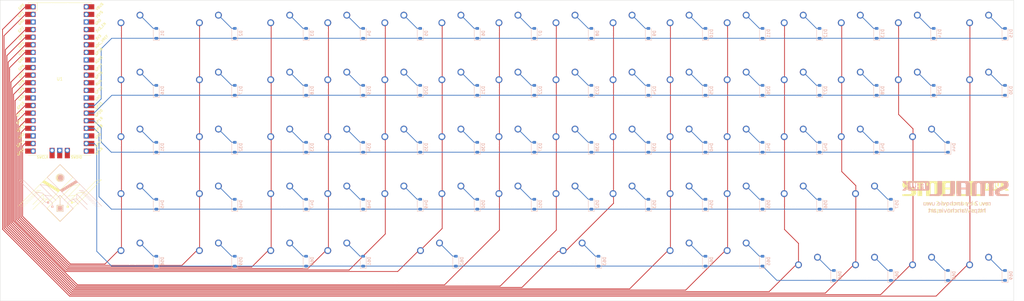
<source format=kicad_pcb>
(kicad_pcb (version 20240108) (generator "pcbnew") (generator_version "8.0")
  (title_block (title "small fry") (date "2024-09-01") (rev "1.0"))
  (layers (0 "F.Cu" signal) (31 "B.Cu" signal) (34 "B.Paste" user) (35 "F.Paste" user) (36 "B.SilkS" user "B.Silkscreen") (37 "F.SilkS" user "F.Silkscreen") (38 "B.Mask" user) (39 "F.Mask" user) (44 "Edge.Cuts" user))
  (net 0 "")
  (net 1 "row0")
  (net 2 "Net-(D1-A)")
  (net 3 "Net-(D2-A)")
  (net 4 "Net-(D3-A)")
  (net 5 "Net-(D4-A)")
  (net 6 "Net-(D5-A)")
  (net 7 "Net-(D6-A)")
  (net 8 "Net-(D7-A)")
  (net 9 "Net-(D8-A)")
  (net 10 "Net-(D9-A)")
  (net 11 "Net-(D10-A)")
  (net 12 "Net-(D11-A)")
  (net 13 "Net-(D12-A)")
  (net 14 "Net-(D13-A)")
  (net 15 "Net-(D14-A)")
  (net 16 "Net-(D15-A)")
  (net 17 "row1")
  (net 18 "Net-(D16-A)")
  (net 19 "Net-(D17-A)")
  (net 20 "Net-(D18-A)")
  (net 21 "Net-(D19-A)")
  (net 22 "Net-(D20-A)")
  (net 23 "Net-(D21-A)")
  (net 24 "Net-(D22-A)")
  (net 25 "Net-(D23-A)")
  (net 26 "Net-(D24-A)")
  (net 27 "Net-(D25-A)")
  (net 28 "Net-(D26-A)")
  (net 29 "Net-(D27-A)")
  (net 30 "Net-(D28-A)")
  (net 31 "Net-(D29-A)")
  (net 32 "Net-(D30-A)")
  (net 33 "Net-(D31-A)")
  (net 34 "row2")
  (net 35 "Net-(D32-A)")
  (net 36 "Net-(D33-A)")
  (net 37 "Net-(D34-A)")
  (net 38 "Net-(D35-A)")
  (net 39 "Net-(D36-A)")
  (net 40 "Net-(D37-A)")
  (net 41 "Net-(D38-A)")
  (net 42 "Net-(D39-A)")
  (net 43 "Net-(D40-A)")
  (net 44 "Net-(D41-A)")
  (net 45 "Net-(D42-A)")
  (net 46 "Net-(D43-A)")
  (net 47 "Net-(D44-A)")
  (net 48 "Net-(D45-A)")
  (net 49 "col6")
  (net 50 "Net-(D46-A)")
  (net 51 "Net-(D47-A)")
  (net 52 "Net-(D48-A)")
  (net 53 "Net-(D49-A)")
  (net 54 "Net-(D50-A)")
  (net 55 "Net-(D51-A)")
  (net 56 "Net-(D52-A)")
  (net 57 "Net-(D53-A)")
  (net 58 "Net-(D54-A)")
  (net 59 "Net-(D55-A)")
  (net 60 "Net-(D56-A)")
  (net 61 "Net-(D57-A)")
  (net 62 "row4")
  (net 63 "Net-(D58-A)")
  (net 64 "Net-(D59-A)")
  (net 65 "Net-(D60-A)")
  (net 66 "Net-(D61-A)")
  (net 67 "Net-(D62-A)")
  (net 68 "Net-(D63-A)")
  (net 69 "Net-(D64-A)")
  (net 70 "Net-(D65-A)")
  (net 71 "Net-(D66-A)")
  (net 72 "Net-(D67-A)")
  (net 73 "Net-(D68-A)")
  (net 74 "Net-(D69-A)")
  (net 75 "col0")
  (net 76 "col1")
  (net 77 "col2")
  (net 78 "col3")
  (net 79 "col4")
  (net 80 "col5")
  (net 81 "col8")
  (net 82 "col7")
  (net 83 "row3")
  (net 84 "col9")
  (net 85 "col10")
  (net 86 "col11")
  (net 87 "col12")
  (net 88 "col13")
  (net 89 "col14")
  (footprint "marbastlib-mx:SW_MX_1u" (layer "F.Cu") (at 183.35625 95.25)
    (property "Reference" "MX51" (hide yes))
    (property "Value" "MX-NoLED")
  )
  (footprint "marbastlib-mx:SW_MX_1.5u" (layer "F.Cu") (at 321.46875 76.2)
    (property "Reference" "MX44" (hide yes))
    (property "Value" "MX-NoLED")
  )
  (footprint "marbastlib-mx:SW_MX_1u" (layer "F.Cu") (at 259.55625 38.1)
    (property "Reference" "MX11" (hide yes))
    (property "Value" "MX-NoLED")
  )
  (footprint "marbastlib-mx:SW_MX_1u" (layer "F.Cu") (at 202.40625 57.15)
    (property "Reference" "MX23" (hide yes))
    (property "Value" "MX-NoLED")
  )
  (footprint "marbastlib-mx:SW_MX_1.5u" (layer "F.Cu") (at 83.34375 76.2)
    (property "Reference" "MX32" (hide yes))
    (property "Value" "MX-NoLED")
  )
  (footprint "marbastlib-mx:SW_MX_1.5u" (layer "F.Cu") (at 83.34375 114.3)
    (property "Reference" "MX59" (hide yes))
    (property "Value" "MX-NoLED")
  )
  (footprint "marbastlib-mx:SW_MX_1.5u" (layer "F.Cu") (at 83.34375 38.1)
    (property "Reference" "MX2" (hide yes))
    (property "Value" "MX-NoLED")
  )
  (footprint "marbastlib-mx:SW_MX_1.25u" (layer "F.Cu") (at 57.15 38.1)
    (property "Reference" "MX1" (hide yes))
    (property "Value" "MX-NoLED")
  )
  (footprint "marbastlib-mx:SW_MX_1u" (layer "F.Cu") (at 240.50625 95.25)
    (property "Reference" "MX54" (hide yes))
    (property "Value" "MX-NoLED")
  )
  (footprint "marbastlib-mx:SW_MX_1u" (layer "F.Cu") (at 145.25625 38.1)
    (property "Reference" "MX5" (hide yes))
    (property "Value" "MX-NoLED")
  )
  (footprint "marbastlib-mx:SW_MX_1.25u" (layer "F.Cu") (at 57.15 95.25)
    (property "Reference" "MX45" (hide yes))
    (property "Value" "MX-NoLED")
  )
  (footprint "MX_Solderable:MX-Solderable-2.25U-ReversedStabilizers" (layer "F.Cu") (at 157.1625 114.3)
    (property "Reference" "MX62")
    (property "Value" "MX-NoLED")
  )
  (footprint "marbastlib-mx:SW_MX_1u" (layer "F.Cu") (at 283.36875 119.0625)
    (property "Reference" "MX66" (hide yes))
    (property "Value" "MX-NoLED")
  )
  (footprint "marbastlib-mx:SW_MX_1u" (layer "F.Cu") (at 164.30625 95.25)
    (property "Reference" "MX50" (hide yes))
    (property "Value" "MX-NoLED")
  )
  (footprint "marbastlib-mx:SW_MX_1u" (layer "F.Cu") (at 259.55625 114.3)
    (property "Reference" "MX65" (hide yes))
    (property "Value" "MX-NoLED")
  )
  (footprint "marbastlib-mx:SW_MX_1u" (layer "F.Cu") (at 126.20625 76.2)
    (property "Reference" "MX34" (hide yes))
    (property "Value" "MX-NoLED")
  )
  (footprint "marbastlib-mx:SW_MX_1u" (layer "F.Cu") (at 278.60625 38.1)
    (property "Reference" "MX12" (hide yes))
    (property "Value" "MX-NoLED")
  )
  (footprint "marbastlib-mx:SW_MX_1u" (layer "F.Cu") (at 145.25625 76.2)
    (property "Reference" "MX35" (hide yes))
    (property "Value" "MX-NoLED")
  )
  (footprint "marbastlib-mx:SW_MX_1.5u" (layer "F.Cu") (at 83.34375 95.25)
    (property "Reference" "MX46" (hide yes))
    (property "Value" "MX-NoLED")
  )
  (footprint "marbastlib-mx:SW_MX_1u" (layer "F.Cu") (at 221.45625 38.1)
    (property "Reference" "MX9" (hide yes))
    (property "Value" "MX-NoLED")
  )
  (footprint "marbastlib-mx:SW_MX_1u" (layer "F.Cu") (at 107.15625 57.15)
    (property "Reference" "MX18" (hide yes))
    (property "Value" "MX-NoLED")
  )
  (footprint "marbastlib-mx:SW_MX_1.5u" (layer "F.Cu") (at 302.41875 95.25)
    (property "Reference" "MX57" (hide yes))
    (property "Value" "MX-NoLED")
  )
  (footprint "marbastlib-mx:SW_MX_1u" (layer "F.Cu") (at 297.65625 76.2)
    (property "Reference" "MX43" (hide yes))
    (property "Value" "MX-NoLED")
  )
  (footprint "marbastlib-mx:SW_MX_1u" (layer "F.Cu") (at 107.15625 38.1)
    (property "Reference" "MX3" (hide yes))
    (property "Value" "MX-NoLED")
  )
  (footprint "marbastlib-mx:SW_MX_1.25u" (layer "F.Cu") (at 57.15 76.2)
    (property "Reference" "MX31" (hide yes))
    (property "Value" "MX-NoLED")
  )
  (footprint "marbastlib-mx:SW_MX_1u" (layer "F.Cu") (at 183.35625 76.2)
    (property "Reference" "MX37" (hide yes))
    (property "Value" "MX-NoLED")
  )
  (footprint "marbastlib-mx:SW_MX_1.5u" (layer "F.Cu") (at 83.34375 57.15)
    (property "Reference" "MX17" (hide yes))
    (property "Value" "MX-NoLED")
  )
  (footprint "marbastlib-mx:SW_MX_1u" (layer "F.Cu") (at 164.30625 76.2)
    (property "Reference" "MX36" (hide yes))
    (property "Value" "MX-NoLED")
  )
  (footprint "MCU_RaspberryPi_and_Boards:RPi_Pico_SMD_TH" (layer "F.Cu") (at 32.89 54.35)
    (property "Reference" "U1")
    (property "Value" "Pico")
  )
  (footprint "marbastlib-mx:SW_MX_1u" (layer "F.Cu") (at 107.15625 95.25)
    (property "Reference" "MX47" (hide yes))
    (property "Value" "MX-NoLED")
  )
  (footprint "marbastlib-mx:SW_MX_1u" (layer "F.Cu") (at 240.50625 57.15)
    (property "Reference" "MX25" (hide yes))
    (property "Value" "MX-NoLED")
  )
  (footprint "marbastlib-mx:SW_MX_1u" (layer "F.Cu") (at 126.20625 114.3)
    (property "Reference" "MX61" (hide yes))
    (property "Value" "MX-NoLED")
  )
  (footprint "marbastlib-mx:SW_MX_1u" (layer "F.Cu") (at 259.55625 57.15)
    (property "Reference" "MX26" (hide yes))
    (property "Value" "MX-NoLED")
  )
  (footprint "marbastlib-mx:SW_MX_1.5u" (layer "F.Cu") (at 340.51875 38.1)
    (property "Reference" "MX15" (hide yes))
    (property "Value" "MX-NoLED")
  )
  (footprint "marbastlib-mx:SW_MX_1.25u" (layer "F.Cu") (at 57.15 114.3)
    (property "Reference" "MX58" (hide yes))
    (property "Value" "MX-NoLED")
  )
  (footprint "MX_Solderable:MX-Solderable-2.75U-ReversedStabilizers" (layer "F.Cu") (at 204.7875 114.3)
    (property "Reference" "MX63")
    (property "Value" "MX-NoLED")
  )
  (footprint "marbastlib-mx:SW_MX_1u" (layer "F.Cu") (at 297.65625 57.15)
    (property "Reference" "MX28" (hide yes))
    (property "Value" "MX-NoLED")
  )
  (footprint "marbastlib-mx:SW_MX_1u" (layer "F.Cu") (at 202.40625 38.1)
    (property "Reference" "MX8" (hide yes))
    (property "Value" "MX-NoLED")
  )
  (footprint "marbastlib-mx:SW_MX_1u" (layer "F.Cu") (at 240.50625 38.1)
    (property "Reference" "MX10" (hide yes))
    (property "Value" "MX-NoLED")
  )
  (footprint "marbastlib-mx:SW_MX_1u" (layer "F.Cu") (at 221.45625 95.25)
    (property "Reference" "MX53" (hide yes))
    (property "Value" "MX-NoLED")
  )
  (footprint "marbastlib-mx:SW_MX_1u" (layer "F.Cu") (at 240.50625 114.3)
    (property "Reference" "MX64" (hide yes))
    (property "Value" "MX-NoLED")
  )
  (footprint "marbastlib-mx:SW_MX_1u" (layer "F.Cu") (at 145.25625 95.25)
    (property "Reference" "MX49" (hide yes))
    (property "Value" "MX-NoLED")
  )
  (footprint "marbastlib-mx:SW_MX_1u" (layer "F.Cu") (at 278.60625 57.15)
    (property "Reference" "MX27" (hide yes))
    (property "Value" "MX-NoLED")
  )
  (footprint "marbastlib-mx:SW_MX_1u" (layer "F.Cu") (at 107.15625 76.2)
    (property "Reference" "MX33" (hide yes))
    (property "Value" "MX-NoLED")
  )
  (footprint "marbastlib-mx:SW_MX_1u" (layer "F.Cu") (at 164.30625 57.15)
    (property "Reference" "MX21" (hide yes))
    (property "Value" "MX-NoLED")
  )
  (footprint "marbastlib-mx:SW_MX_1u" (layer "F.Cu") (at 126.20625 57.15)
    (property "Reference" "MX19" (hide yes))
    (property "Value" "MX-NoLED")
  )
  (footprint "marbastlib-mx:SW_MX_1u" (layer "F.Cu") (at 259.55625 95.25)
    (property "Reference" "MX55" (hide yes))
    (property "Value" "MX-NoLED")
  )
  (footprint "marbastlib-mx:SW_MX_1u" (layer "F.Cu") (at 316.70625 57.15)
    (property "Reference" "MX29" (hide yes))
    (property "Value" "MX-NoLED")
  )
  (footprint "marbastlib-mx:SW_MX_1u" (layer "F.Cu") (at 183.35625 38.1)
    (property "Reference" "MX7" (hide yes))
    (property "Value" "MX-NoLED")
  )
  (footprint "marbastlib-mx:SW_MX_1u" (layer "F.Cu") (at 297.65625 38.1)
    (property "Reference" "MX13" (hide yes))
    (property "Value" "MX-NoLED")
  )
  (footprint "marbastlib-mx:SW_MX_1u" (layer "F.Cu") (at 126.20625 38.1)
    (property "Reference" "MX4" (hide yes))
    (property "Value" "MX-NoLED")
  )
  (footprint "LOGO" (layer "F.Cu") (at 332 91)
    (property "Reference" "G***" (hide yes))
    (property "Value" "LOGO" (hide yes))
  )
  (footprint "marbastlib-mx:SW_MX_1u" (layer "F.Cu") (at 259.55625 76.2)
    (property "Reference" "MX41" (hide yes))
    (property "Value" "MX-NoLED")
  )
  (footprint "marbastlib-mx:SW_MX_1u" (layer "F.Cu") (at 202.40625 95.25)
    (property "Reference" "MX52" (hide yes))
    (property "Value" "MX-NoLED")
  )
  (footprint "marbastlib-mx:SW_MX_1.25u" (layer "F.Cu") (at 57.15 57.15)
    (property "Reference" "MX16" (hide yes))
    (property "Value" "MX-NoLED")
  )
  (footprint "marbastlib-mx:SW_MX_1u" (layer "F.Cu") (at 145.25625 57.15)
    (property "Reference" "MX20" (hide yes))
    (property "Value" "MX-NoLED")
  )
  (footprint "marbastlib-mx:SW_MX_1u" (layer "F.Cu") (at 340.51875 119.0625)
    (property "Reference" "MX69" (hide yes))
    (property "Value" "MX-NoLED")
  )
  (footprint "marbastlib-mx:SW_MX_1u" (layer "F.Cu") (at 164.30625 38.1)
    (property "Reference" "MX6" (hide yes))
    (property "Value" "MX-NoLED")
  )
  (footprint "marbastlib-mx:SW_MX_1u" (layer "F.Cu") (at 202.40625 76.2)
    (property "Reference" "MX38" (hide yes))
    (property "Value" "MX-NoLED")
  )
  (footprint "marbastlib-mx:SW_MX_1u" (layer "F.Cu") (at 321.46875 119.0625)
    (property "Reference" "MX68" (hide yes))
    (property "Value" "MX-NoLED")
  )
  (footprint "marbastlib-mx:SW_MX_1u" (layer "F.Cu") (at 278.60625 76.2)
    (property "Reference" "MX42" (hide yes))
    (property "Value" "MX-NoLED")
  )
  (footprint "marbastlib-mx:SW_MX_1u" (layer "F.Cu") (at 107.15625 114.3)
    (property "Reference" "MX60" (hide yes))
    (property "Value" "MX-NoLED")
  )
  (footprint "marbastlib-mx:SW_MX_1u" (layer "F.Cu") (at 126.20625 95.25)
    (property "Reference" "MX48" (hide yes))
    (property "Value" "MX-NoLED")
  )
  (footprint "marbastlib-mx:SW_MX_1u" (layer "F.Cu") (at 302.41875 119.0625)
    (property "Reference" "MX67" (hide yes))
    (property "Value" "MX-NoLED")
  )
  (footprint "marbastlib-mx:SW_MX_1u" (layer "F.Cu") (at 240.50625 76.2)
    (property "Reference" "MX40" (hide yes))
    (property "Value" "MX-NoLED")
  )
  (footprint "marbastlib-mx:SW_MX_1u" (layer "F.Cu") (at 221.45625 76.2)
    (property "Reference" "MX39" (hide yes))
    (property "Value" "MX-NoLED")
  )
  (footprint "marbastlib-mx:SW_MX_1.5u" (layer "F.Cu") (at 340.51875 57.15)
    (property "Reference" "MX30" (hide yes))
    (property "Value" "MX-NoLED")
  )
  (footprint "marbastlib-mx:SW_MX_1u" (layer "F.Cu") (at 278.60625 95.25)
    (property "Reference" "MX56" (hide yes))
    (property "Value" "MX-NoLED")
  )
  (footprint "marbastlib-mx:SW_MX_1u" (layer "F.Cu") (at 316.70625 38.1)
    (property "Reference" "MX14" (hide yes))
    (property "Value" "MX-NoLED")
  )
  (footprint "LOGO" (layer "F.Cu") (at 33 92.5)
    (property "Reference" "G***" (hide yes))
    (property "Value" "LOGO" (hide yes))
  )
  (footprint "marbastlib-mx:SW_MX_1u" (layer "F.Cu") (at 221.45625 57.15)
    (property "Reference" "MX24" (hide yes))
    (property "Value" "MX-NoLED")
  )
  (footprint "marbastlib-mx:SW_MX_1u" (layer "F.Cu") (at 183.35625 57.15)
    (property "Reference" "MX22" (hide yes))
    (property "Value" "MX-NoLED")
  )
  (footprint "Diode_SMD:D_SOD-123" (layer "B.Cu") (at 324.70625 58.15 90)
    (property "Reference" "D29")
    (property "Value" "D_Small")
  )
  (footprint "Diode_SMD:D_SOD-123" (layer "B.Cu") (at 348.51875 58.15 90)
    (property "Reference" "D30")
    (property "Value" "D_Small")
  )
  (footprint "Diode_SMD:D_SOD-123" (layer "B.Cu") (at 267.55625 96.25 90)
    (property "Reference" "D55")
    (property "Value" "D_Small")
  )
  (footprint "Diode_SMD:D_SOD-123" (layer "B.Cu") (at 267.55625 39.1 90)
    (property "Reference" "D11")
    (property "Value" "D_Small")
  )
  (footprint "Diode_SMD:D_SOD-123" (layer "B.Cu") (at 153.25625 58.15 90)
    (property "Reference" "D20")
    (property "Value" "D_Small")
  )
  (footprint "Diode_SMD:D_SOD-123" (layer "B.Cu") (at 248.50625 58.15 90)
    (property "Reference" "D25")
    (property "Value" "D_Small")
  )
  (footprint "Diode_SMD:D_SOD-123" (layer "B.Cu") (at 212.7875 115.3 90)
    (property "Reference" "D63")
    (property "Value" "D_Small")
  )
  (footprint "Diode_SMD:D_SOD-123" (layer "B.Cu") (at 115.15625 58.15 90)
    (property "Reference" "D18")
    (property "Value" "D_Small")
  )
  (footprint "Diode_SMD:D_SOD-123" (layer "B.Cu") (at 115.15625 115.3 90)
    (property "Reference" "D60")
    (property "Value" "D_Small")
  )
  (footprint "Diode_SMD:D_SOD-123" (layer "B.Cu") (at 267.55625 58.15 90)
    (property "Reference" "D26")
    (property "Value" "D_Small")
  )
  (footprint "Diode_SMD:D_SOD-123" (layer "B.Cu") (at 172.30625 39.1 90)
    (property "Reference" "D6")
    (property "Value" "D_Small")
  )
  (footprint "Diode_SMD:D_SOD-123" (layer "B.Cu") (at 134.20625 77.2 90)
    (property "Reference" "D34")
    (property "Value" "D_Small")
  )
  (footprint "Diode_SMD:D_SOD-123" (layer "B.Cu") (at 91.34375 77.2 90)
    (property "Reference" "D32")
    (property "Value" "D_Small")
  )
  (footprint "Diode_SMD:D_SOD-123" (layer "B.Cu") (at 310.41875 96.25 90)
    (property "Reference" "D57")
    (property "Value" "D_Small")
  )
  (footprint "Diode_SMD:D_SOD-123" (layer "B.Cu") (at 267.55625 77.2 90)
    (property "Reference" "D41")
    (property "Value" "D_Small")
  )
  (footprint "Diode_SMD:D_SOD-123" (layer "B.Cu") (at 153.25625 77.2 90)
    (property "Reference" "D35")
    (property "Value" "D_Small")
  )
  (footprint "Diode_SMD:D_SOD-123" (layer "B.Cu") (at 286.60625 96.25 90)
    (property "Reference" "D56")
    (property "Value" "D_Small")
  )
  (footprint "Diode_SMD:D_SOD-123" (layer "B.Cu") (at 115.15625 96.25 90)
    (property "Reference" "D47")
    (property "Value" "D_Small")
  )
  (footprint "Diode_SMD:D_SOD-123" (layer "B.Cu") (at 134.20625 39.1 90)
    (property "Reference" "D4")
    (property "Value" "D_Small")
  )
  (footprint "Diode_SMD:D_SOD-123" (layer "B.Cu") (at 229.45625 58.15 90)
    (property "Reference" "D24")
    (property "Value" "D_Small")
  )
  (footprint "LOGO" (layer "B.Cu") (at 33 92.5 180)
    (property "Reference" "G***" (hide yes))
    (property "Value" "LOGO" (hide yes))
  )
  (footprint "Diode_SMD:D_SOD-123" (layer "B.Cu") (at 248.50625 77.2 90)
    (property "Reference" "D40")
    (property "Value" "D_Small")
  )
  (footprint "Diode_SMD:D_SOD-123" (layer "B.Cu") (at 329.46875 77.2 90)
    (property "Reference" "D44")
    (property "Value" "D_Small")
  )
  (footprint "Diode_SMD:D_SOD-123" (layer "B.Cu") (at 229.45625 39.1 90)
    (property "Reference" "D9")
    (property "Value" "D_Small")
  )
  (footprint "Diode_SMD:D_SOD-123" (layer "B.Cu") (at 91.34375 39.1 90)
    (property "Reference" "D2")
    (property "Value" "D_Small")
  )
  (footprint "Diode_SMD:D_SOD-123" (layer "B.Cu") (at 248.50625 96.25 90)
    (property "Reference" "D54")
    (property "Value" "D_Small")
  )
  (footprint "Diode_SMD:D_SOD-123" (layer "B.Cu") (at 267.55625 115.3 90)
    (property "Reference" "D65")
    (property "Value" "D_Small")
  )
  (footprint "Diode_SMD:D_SOD-123" (layer "B.Cu") (at 248.50625 115.3 90)
    (property "Reference" "D64")
    (property "Value" "D_Small")
  )
  (footprint "Diode_SMD:D_SOD-123" (layer "B.Cu") (at 91.34375 115.3 90)
    (property "Reference" "D59")
    (property "Value" "D_Small")
  )
  (footprint "Diode_SMD:D_SOD-123" (layer "B.Cu") (at 310.41875 120.0625 90)
    (property "Reference" "D67")
    (property "Value" "D_Small")
  )
  (footprint "Diode_SMD:D_SOD-123" (layer "B.Cu") (at 172.30625 58.15 90)
    (property "Reference" "D21")
    (property "Value" "D_Small")
  )
  (footprint "Diode_SMD:D_SOD-123" (layer "B.Cu") (at 286.60625 58.15 90)
    (property "Reference" "D27")
    (property "Value" "D_Small")
  )
  (footprint "Diode_SMD:D_SOD-123" (layer "B.Cu") (at 229.45625 96.25 90)
    (property "Reference" "D53")
    (property "Value" "D_Small")
  )
  (footprint "Diode_SMD:D_SOD-123" (layer "B.Cu") (at 210.40625 96.25 90)
    (property "Reference" "D52")
    (property "Value" "D_Small")
  )
  (footprint "Diode_SMD:D_SOD-123" (layer "B.Cu") (at 65.15 77.2 90)
    (property "Reference" "D31")
    (property "Value" "D_Small")
  )
  (footprint "Diode_SMD:D_SOD-123" (layer "B.Cu") (at 210.40625 77.2 90)
    (property "Reference" "D38")
    (property "Value" "D_Small")
  )
  (footprint "Diode_SMD:D_SOD-123" (layer "B.Cu") (at 324.70625 39.1 90)
    (property "Reference" "D14")
    (property "Value" "D_Small")
  )
  (footprint "Diode_SMD:D_SOD-123" (layer "B.Cu") (at 191.35625 58.15 90)
    (property "Reference" "D22")
    (property "Value" "D_Small")
  )
  (footprint "Diode_SMD:D_SOD-123" (layer "B.Cu") (at 286.60625 39.1 90)
    (property "Reference" "D12")
    (property "Value" "D_Small")
  )
  (footprint "Diode_SMD:D_SOD-123" (layer "B.Cu") (at 65.15 115.3 90)
    (property "Reference" "D58")
    (property "Value" "D_Small")
  )
  (footprint "Diode_SMD:D_SOD-123" (layer "B.Cu") (at 172.30625 96.25 90)
    (property "Reference" "D50")
    (property "Value" "D_Small")
  )
  (footprint "Diode_SMD:D_SOD-123" (layer "B.Cu") (at 91.34375 58.15 90)
    (property "Reference" "D17")
    (property "Value" "D_Small")
  )
  (footprint "Diode_SMD:D_SOD-123" (layer "B.Cu") (at 248.50625 39.1 90)
    (property "Reference" "D10")
    (property "Value" "D_Small")
  )
  (footprint "Diode_SMD:D_SOD-123" (layer "B.Cu") (at 305.65625 77.2 90)
    (property "Reference" "D43")
    (property "Value" "D_Small")
  )
  (footprint "Diode_SMD:D_SOD-123" (layer "B.Cu") (at 153.25625 96.25 90)
    (property "Reference" "D49")
    (property "Value" "D_Small")
  )
  (footprint "Diode_SMD:D_SOD-123" (layer "B.Cu") (at 191.35625 96.25 90)
    (property "Reference" "D51")
    (property "Value" "D_Small")
  )
  (footprint "Diode_SMD:D_SOD-123" (layer "B.Cu") (at 115.15625 39.1 90)
    (property "Reference" "D3")
    (property "Value" "D_Small")
  )
  (footprint "Diode_SMD:D_SOD-123" (layer "B.Cu") (at 291.36875 120.0625 90)
    (property "Reference" "D66")
    (property "Value" "D_Small")
  )
  (footprint "Diode_SMD:D_SOD-123" (layer "B.Cu") (at 65.15 96.25 90)
    (property "Reference" "D45")
    (property "Value" "D_Small")
  )
  (footprint "Diode_SMD:D_SOD-123" (layer "B.Cu") (at 348.51875 39.1 90)
    (property "Reference" "D15")
    (property "Value" "D_Small")
  )
  (footprint "Diode_SMD:D_SOD-123" (layer "B.Cu") (at 286.60625 77.2 90)
    (property "Reference" "D42")
    (property "Value" "D_Small")
  )
  (footprint "Diode_SMD:D_SOD-123" (layer "B.Cu") (at 134.20625 96.25 90)
    (property "Reference" "D48")
    (property "Value" "D_Small")
  )
  (footprint "Diode_SMD:D_SOD-123" (layer "B.Cu") (at 65.15 39.1 90)
    (property "Reference" "D1")
    (property "Value" "D_Small")
  )
  (footprint "Diode_SMD:D_SOD-123" (layer "B.Cu") (at 329.46875 120.0625 90)
    (property "Reference" "D68")
    (property "Value" "D_Small")
  )
  (footprint "Diode_SMD:D_SOD-123" (layer "B.Cu") (at 134.20625 115.3 90)
    (property "Reference" "D61")
    (property "Value" "D_Small")
  )
  (footprint "Diode_SMD:D_SOD-123" (layer "B.Cu") (at 134.20625 58.15 90)
    (property "Reference" "D19")
    (property "Value" "D_Small")
  )
  (footprint "Diode_SMD:D_SOD-123" (layer "B.Cu") (at 348.51875 120.0625 90)
    (property "Reference" "D69")
    (property "Value" "D_Small")
  )
  (footprint "Diode_SMD:D_SOD-123" (layer "B.Cu") (at 65.15 58.15 90)
    (property "Reference" "D16")
    (property "Value" "D_Small")
  )
  (footprint "Diode_SMD:D_SOD-123" (layer "B.Cu") (at 153.25625 39.1 90)
    (property "Reference" "D5")
    (property "Value" "D_Small")
  )
  (footprint "LOGO" (layer "B.Cu") (at 332 91 180)
    (property "Reference" "G***" (hide yes))
    (property "Value" "LOGO" (hide yes))
  )
  (footprint "Diode_SMD:D_SOD-123" (layer "B.Cu") (at 115.15625 77.2 90)
    (property "Reference" "D33")
    (property "Value" "D_Small")
  )
  (footprint "Diode_SMD:D_SOD-123" (layer "B.Cu") (at 210.40625 39.1 90)
    (property "Reference" "D8")
    (property "Value" "D_Small")
  )
  (footprint "Diode_SMD:D_SOD-123" (layer "B.Cu") (at 191.35625 77.2 90)
    (property "Reference" "D37")
    (property "Value" "D_Small")
  )
  (footprint "Diode_SMD:D_SOD-123" (layer "B.Cu") (at 91.34375 96.25 90)
    (property "Reference" "D46")
    (property "Value" "D_Small")
  )
  (footprint "Diode_SMD:D_SOD-123" (layer "B.Cu") (at 165.1625 115.3 90)
    (property "Reference" "D62")
    (property "Value" "D_Small")
  )
  (footprint "Diode_SMD:D_SOD-123" (layer "B.Cu") (at 229.45625 77.2 90)
    (property "Reference" "D39")
    (property "Value" "D_Small")
  )
  (footprint "Diode_SMD:D_SOD-123" (layer "B.Cu") (at 191.35625 39.1 90)
    (property "Reference" "D7")
    (property "Value" "D_Small")
  )
  (footprint "Diode_SMD:D_SOD-123" (layer "B.Cu") (at 210.40625 58.15 90)
    (property "Reference" "D23")
    (property "Value" "D_Small")
  )
  (footprint "Diode_SMD:D_SOD-123" (layer "B.Cu") (at 305.65625 58.15 90)
    (property "Reference" "D28")
    (property "Value" "D_Small")
  )
  (footprint "Diode_SMD:D_SOD-123" (layer "B.Cu") (at 305.65625 39.1 90)
    (property "Reference" "D13")
    (property "Value" "D_Small")
  )
  (footprint "Diode_SMD:D_SOD-123" (layer "B.Cu") (at 172.30625 77.2 90)
    (property "Reference" "D36")
    (property "Value" "D_Small")
  )
  (gr_rect (start 13 28) (end 351.4 128.6) (stroke (width 0.1)) (fill none) (layer "Edge.Cuts"))
  (gr_text "rev. 2 by anchovie uwu\nhttps://anchovie.art" (at 332.5 99.25 0) (layer "B.SilkS") (effects (font (size 1.4 1.4) (thickness 0.1625)) (justify bottom mirror)))
  (gr_text "GP15" (at 19.9 78.75 45) (layer "F.SilkS") (effects (font (size 0.8 0.8))))
  (gr_text "rev. 2 by anchovie uwu\nhttps://anchovie.art" (at 332.5 99.25 0) (layer "F.SilkS") (effects (font (size 1.4 1.4) (thickness 0.1625)) (justify bottom)))
  (segment (start 91.34375 40.75) (end 65.15 40.75) (width 0.25) (layer "B.Cu") (net 1))
  (segment (start 134.20625 40.75) (end 115.15625 40.75) (width 0.25) (layer "B.Cu") (net 1))
  (segment (start 210.40625 40.75) (end 191.35625 40.75) (width 0.25) (layer "B.Cu") (net 1))
  (segment (start 348.51875 40.75) (end 324.70625 40.75) (width 0.25) (layer "B.Cu") (net 1))
  (segment (start 115.15625 40.75) (end 91.34375 40.75) (width 0.25) (layer "B.Cu") (net 1))
  (segment (start 46.75 44.25) (end 46.75 61) (width 0.25) (layer "B.Cu") (net 1))
  (segment (start 172.30625 40.75) (end 153.25625 40.75) (width 0.25) (layer "B.Cu") (net 1))
  (segment (start 229.45625 40.75) (end 210.40625 40.75) (width 0.25) (layer "B.Cu") (net 1))
  (segment (start 46.75 61) (end 44.51 63.24) (width 0.25) (layer "B.Cu") (net 1))
  (segment (start 267.55625 40.75) (end 248.50625 40.75) (width 0.25) (layer "B.Cu") (net 1))
  (segment (start 286.60625 40.75) (end 267.55625 40.75) (width 0.25) (layer "B.Cu") (net 1))
  (segment (start 248.50625 40.75) (end 229.45625 40.75) (width 0.25) (layer "B.Cu") (net 1))
  (segment (start 191.35625 40.75) (end 172.30625 40.75) (width 0.25) (layer "B.Cu") (net 1))
  (segment (start 44.51 63.24) (end 41.78 63.24) (width 0.25) (layer "B.Cu") (net 1))
  (segment (start 153.25625 40.75) (end 134.20625 40.75) (width 0.25) (layer "B.Cu") (net 1))
  (segment (start 305.65625 40.75) (end 286.60625 40.75) (width 0.25) (layer "B.Cu") (net 1))
  (segment (start 50.25 40.75) (end 46.75 44.25) (width 0.25) (layer "B.Cu") (net 1))
  (segment (start 324.70625 40.75) (end 305.65625 40.75) (width 0.25) (layer "B.Cu") (net 1))
  (segment (start 65.15 40.75) (end 50.25 40.75) (width 0.25) (layer "B.Cu") (net 1))
  (segment (start 65.15 37.45) (end 64.12 37.45) (width 0.25) (layer "B.Cu") (net 2))
  (segment (start 64.12 37.45) (end 59.69 33.02) (width 0.25) (layer "B.Cu") (net 2))
  (segment (start 90.31375 37.45) (end 85.88375 33.02) (width 0.25) (layer "B.Cu") (net 3))
  (segment (start 91.34375 37.45) (end 90.31375 37.45) (width 0.25) (layer "B.Cu") (net 3))
  (segment (start 115.15625 37.45) (end 114.12625 37.45) (width 0.25) (layer "B.Cu") (net 4))
  (segment (start 114.12625 37.45) (end 109.69625 33.02) (width 0.25) (layer "B.Cu") (net 4))
  (segment (start 134.20625 37.45) (end 133.17625 37.45) (width 0.25) (layer "B.Cu") (net 5))
  (segment (start 133.17625 37.45) (end 128.74625 33.02) (width 0.25) (layer "B.Cu") (net 5))
  (segment (start 152.22625 37.45) (end 147.79625 33.02) (width 0.25) (layer "B.Cu") (net 6))
  (segment (start 153.25625 37.45) (end 152.22625 37.45) (width 0.25) (layer "B.Cu") (net 6))
  (segment (start 171.27625 37.45) (end 166.84625 33.02) (width 0.25) (layer "B.Cu") (net 7))
  (segment (start 172.30625 37.45) (end 171.27625 37.45) (width 0.25) (layer "B.Cu") (net 7))
  (segment (start 190.32625 37.45) (end 185.89625 33.02) (width 0.25) (layer "B.Cu") (net 8))
  (segment (start 191.35625 37.45) (end 190.32625 37.45) (width 0.25) (layer "B.Cu") (net 8))
  (segment (start 210.40625 37.45) (end 209.37625 37.45) (width 0.25) (layer "B.Cu") (net 9))
  (segment (start 209.37625 37.45) (end 204.94625 33.02) (width 0.25) (layer "B.Cu") (net 9))
  (segment (start 228.42625 37.45) (end 223.99625 33.02) (width 0.25) (layer "B.Cu") (net 10))
  (segment (start 229.45625 37.45) (end 228.42625 37.45) (width 0.25) (layer "B.Cu") (net 10))
  (segment (start 247.47625 37.45) (end 243.04625 33.02) (width 0.25) (layer "B.Cu") (net 11))
  (segment (start 248.50625 37.45) (end 247.47625 37.45) (width 0.25) (layer "B.Cu") (net 11))
  (segment (start 266.52625 37.45) (end 262.09625 33.02) (width 0.25) (layer "B.Cu") (net 12))
  (segment (start 267.55625 37.45) (end 266.52625 37.45) (width 0.25) (layer "B.Cu") (net 12))
  (segment (start 285.57625 37.45) (end 281.14625 33.02) (width 0.25) (layer "B.Cu") (net 13))
  (segment (start 286.60625 37.45) (end 285.57625 37.45) (width 0.25) (layer "B.Cu") (net 13))
  (segment (start 304.62625 37.45) (end 300.19625 33.02) (width 0.25) (layer "B.Cu") (net 14))
  (segment (start 305.65625 37.45) (end 304.62625 37.45) (width 0.25) (layer "B.Cu") (net 14))
  (segment (start 324.70625 37.45) (end 323.67625 37.45) (width 0.25) (layer "B.Cu") (net 15))
  (segment (start 323.67625 37.45) (end 319.24625 33.02) (width 0.25) (layer "B.Cu") (net 15))
  (segment (start 347.48875 37.45) (end 343.05875 33.02) (width 0.25) (layer "B.Cu") (net 16))
  (segment (start 348.51875 37.45) (end 347.48875 37.45) (width 0.25) (layer "B.Cu") (net 16))
  (segment (start 134.20625 59.8) (end 115.15625 59.8) (width 0.25) (layer "B.Cu") (net 17))
  (segment (start 210.40625 59.8) (end 191.35625 59.8) (width 0.25) (layer "B.Cu") (net 17))
  (segment (start 324.70625 59.8) (end 305.65625 59.8) (width 0.25) (layer "B.Cu") (net 17))
  (segment (start 115.15625 59.8) (end 91.34375 59.8) (width 0.25) (layer "B.Cu") (net 17))
  (segment (start 65.15 59.8) (end 50.3 59.8) (width 0.25) (layer "B.Cu") (net 17))
  (segment (start 267.55625 59.8) (end 248.50625 59.8) (width 0.25) (layer "B.Cu") (net 17))
  (segment (start 91.34375 59.8) (end 65.15 59.8) (width 0.25) (layer "B.Cu") (net 17))
  (segment (start 50.3 59.8) (end 44.32 65.78) (width 0.25) (layer "B.Cu") (net 17))
  (segment (start 348.51875 59.8) (end 324.70625 59.8) (width 0.25) (layer "B.Cu") (net 17))
  (segment (start 286.60625 59.8) (end 267.55625 59.8) (width 0.25) (layer "B.Cu") (net 17))
  (segment (start 229.45625 59.8) (end 210.40625 59.8) (width 0.25) (layer "B.Cu") (net 17))
  (segment (start 153.25625 59.8) (end 134.20625 59.8) (width 0.25) (layer "B.Cu") (net 17))
  (segment (start 44.32 65.78) (end 41.78 65.78) (width 0.25) (layer "B.Cu") (net 17))
  (segment (start 248.50625 59.8) (end 229.45625 59.8) (width 0.25) (layer "B.Cu") (net 17))
  (segment (start 172.30625 59.8) (end 153.25625 59.8) (width 0.25) (layer "B.Cu") (net 17))
  (segment (start 305.65625 59.8) (end 286.60625 59.8) (width 0.25) (layer "B.Cu") (net 17))
  (segment (start 191.35625 59.8) (end 172.30625 59.8) (width 0.25) (layer "B.Cu") (net 17))
  (segment (start 64.12 56.5) (end 59.69 52.07) (width 0.25) (layer "B.Cu") (net 18))
  (segment (start 65.15 56.5) (end 64.12 56.5) (width 0.25) (layer "B.Cu") (net 18))
  (segment (start 91.34375 56.5) (end 90.31375 56.5) (width 0.25) (layer "B.Cu") (net 19))
  (segment (start 90.31375 56.5) (end 85.88375 52.07) (width 0.25) (layer "B.Cu") (net 19))
  (segment (start 115.15625 56.5) (end 114.12625 56.5) (width 0.25) (layer "B.Cu") (net 20))
  (segment (start 114.12625 56.5) (end 109.69625 52.07) (width 0.25) (layer "B.Cu") (net 20))
  (segment (start 134.20625 56.5) (end 133.17625 56.5) (width 0.25) (layer "B.Cu") (net 21))
  (segment (start 133.17625 56.5) (end 128.74625 52.07) (width 0.25) (layer "B.Cu") (net 21))
  (segment (start 152.22625 56.5) (end 147.79625 52.07) (width 0.25) (layer "B.Cu") (net 22))
  (segment (start 153.25625 56.5) (end 152.22625 56.5) (width 0.25) (layer "B.Cu") (net 22))
  (segment (start 171.27625 56.5) (end 166.84625 52.07) (width 0.25) (layer "B.Cu") (net 23))
  (segment (start 172.30625 56.5) (end 171.27625 56.5) (width 0.25) (layer "B.Cu") (net 23))
  (segment (start 191.35625 56.5) (end 190.32625 56.5) (width 0.25) (layer "B.Cu") (net 24))
  (segment (start 190.32625 56.5) (end 185.89625 52.07) (width 0.25) (layer "B.Cu") (net 24))
  (segment (start 210.40625 56.5) (end 209.37625 56.5) (width 0.25) (layer "B.Cu") (net 25))
  (segment (start 209.37625 56.5) (end 204.94625 52.07) (width 0.25) (layer "B.Cu") (net 25))
  (segment (start 229.45625 56.5) (end 228.42625 56.5) (width 0.25) (layer "B.Cu") (net 26))
  (segment (start 228.42625 56.5) (end 223.99625 52.07) (width 0.25) (layer "B.Cu") (net 26))
  (segment (start 248.50625 56.5) (end 247.47625 56.5) (width 0.25) (layer "B.Cu") (net 27))
  (segment (start 247.47625 56.5) (end 243.04625 52.07) (width 0.25) (layer "B.Cu") (net 27))
  (segment (start 266.52625 56.5) (end 262.09625 52.07) (width 0.25) (layer "B.Cu") (net 28))
  (segment (start 267.55625 56.5) (end 266.52625 56.5) (width 0.25) (layer "B.Cu") (net 28))
  (segment (start 286.60625 56.5) (end 285.57625 56.5) (width 0.25) (layer "B.Cu") (net 29))
  (segment (start 285.57625 56.5) (end 281.14625 52.07) (width 0.25) (layer "B.Cu") (net 29))
  (segment (start 304.62625 56.5) (end 300.19625 52.07) (width 0.25) (layer "B.Cu") (net 30))
  (segment (start 305.65625 56.5) (end 304.62625 56.5) (width 0.25) (layer "B.Cu") (net 30))
  (segment (start 323.67625 56.5) (end 319.24625 52.07) (width 0.25) (layer "B.Cu") (net 31))
  (segment (start 324.70625 56.5) (end 323.67625 56.5) (width 0.25) (layer "B.Cu") (net 31))
  (segment (start 347.48875 56.5) (end 343.05875 52.07) (width 0.25) (layer "B.Cu") (net 32))
  (segment (start 348.51875 56.5) (end 347.48875 56.5) (width 0.25) (layer "B.Cu") (net 32))
  (segment (start 65.15 75.55) (end 64.12 75.55) (width 0.25) (layer "B.Cu") (net 33))
  (segment (start 64.12 75.55) (end 59.69 71.12) (width 0.25) (layer "B.Cu") (net 33))
  (segment (start 248.50625 78.85) (end 229.45625 78.85) (width 0.25) (layer "B.Cu") (net 34))
  (segment (start 50.1 78.85) (end 46.75 75.5) (width 0.25) (layer "B.Cu") (net 34))
  (segment (start 46.75 70.75) (end 44.32 68.32) (width 0.25) (layer "B.Cu") (net 34))
  (segment (start 210.40625 78.85) (end 192 78.85) (width 0.25) (layer "B.Cu") (net 34))
  (segment (start 267.55625 78.85) (end 248.50625 78.85) (width 0.25) (layer "B.Cu") (net 34))
  (segment (start 192 78.85) (end 172.30625 78.85) (width 0.25) (layer "B.Cu") (net 34))
  (segment (start 286.60625 78.85) (end 267.55625 78.85) (width 0.25) (layer "B.Cu") (net 34))
  (segment (start 115.15625 78.85) (end 91.34375 78.85) (width 0.25) (layer "B.Cu") (net 34))
  (segment (start 46.75 75.5) (end 46.75 70.75) (width 0.25) (layer "B.Cu") (net 34))
  (segment (start 305.65625 78.85) (end 286.60625 78.85) (width 0.25) (layer "B.Cu") (net 34))
  (segment (start 44.32 68.32) (end 41.78 68.32) (width 0.25) (layer "B.Cu") (net 34))
  (segment (start 153.25625 78.85) (end 134.20625 78.85) (width 0.25) (layer "B.Cu") (net 34))
  (segment (start 192 78.85) (end 191.35625 78.85) (width 0.25) (layer "B.Cu") (net 34))
  (segment (start 65.15 78.85) (end 50.1 78.85) (width 0.25) (layer "B.Cu") (net 34))
  (segment (start 91.34375 78.85) (end 65.15 78.85) (width 0.25) (layer "B.Cu") (net 34))
  (segment (start 134.20625 78.85) (end 115.15625 78.85) (width 0.25) (layer "B.Cu") (net 34))
  (segment (start 172.30625 78.85) (end 153.25625 78.85) (width 0.25) (layer "B.Cu") (net 34))
  (segment (start 229.45625 78.85) (end 210.40625 78.85) (width 0.25) (layer "B.Cu") (net 34))
  (segment (start 329.46875 78.85) (end 305.65625 78.85) (width 0.25) (layer "B.Cu") (net 34))
  (segment (start 91.34375 75.55) (end 90.31375 75.55) (width 0.25) (layer "B.Cu") (net 35))
  (segment (start 90.31375 75.55) (end 85.88375 71.12) (width 0.25) (layer "B.Cu") (net 35))
  (segment (start 114.12625 75.55) (end 109.69625 71.12) (width 0.25) (layer "B.Cu") (net 36))
  (segment (start 115.15625 75.55) (end 114.12625 75.55) (width 0.25) (layer "B.Cu") (net 36))
  (segment (start 134.20625 75.55) (end 133.17625 75.55) (width 0.25) (layer "B.Cu") (net 37))
  (segment (start 133.17625 75.55) (end 128.74625 71.12) (width 0.25) (layer "B.Cu") (net 37))
  (segment (start 153.25625 75.55) (end 152.22625 75.55) (width 0.25) (layer "B.Cu") (net 38))
  (segment (start 152.22625 75.55) (end 147.79625 71.12) (width 0.25) (layer "B.Cu") (net 38))
  (segment (start 171.27625 75.55) (end 166.84625 71.12) (width 0.25) (layer "B.Cu") (net 39))
  (segment (start 172.30625 75.55) (end 171.27625 75.55) (width 0.25) (layer "B.Cu") (net 39))
  (segment (start 190.32625 75.55) (end 185.89625 71.12) (width 0.25) (layer "B.Cu") (net 40))
  (segment (start 191.35625 75.55) (end 190.32625 75.55) (width 0.25) (layer "B.Cu") (net 40))
  (segment (start 210.40625 75.55) (end 209.37625 75.55) (width 0.25) (layer "B.Cu") (net 41))
  (segment (start 209.37625 75.55) (end 204.94625 71.12) (width 0.25) (layer "B.Cu") (net 41))
  (segment (start 228.42625 75.55) (end 223.99625 71.12) (width 0.25) (layer "B.Cu") (net 42))
  (segment (start 229.45625 75.55) (end 228.42625 75.55) (width 0.25) (layer "B.Cu") (net 42))
  (segment (start 248.50625 75.55) (end 247.47625 75.55) (width 0.25) (layer "B.Cu") (net 43))
  (segment (start 247.47625 75.55) (end 243.04625 71.12) (width 0.25) (layer "B.Cu") (net 43))
  (segment (start 266.52625 75.55) (end 262.09625 71.12) (width 0.25) (layer "B.Cu") (net 44))
  (segment (start 267.55625 75.55) (end 266.52625 75.55) (width 0.25) (layer "B.Cu") (net 44))
  (segment (start 286.60625 75.55) (end 285.57625 75.55) (width 0.25) (layer "B.Cu") (net 45))
  (segment (start 285.57625 75.55) (end 281.14625 71.12) (width 0.25) (layer "B.Cu") (net 45))
  (segment (start 305.65625 75.55) (end 304.62625 75.55) (width 0.25) (layer "B.Cu") (net 46))
  (segment (start 304.62625 75.55) (end 300.19625 71.12) (width 0.25) (layer "B.Cu") (net 46))
  (segment (start 328.43875 75.55) (end 324.00875 71.12) (width 0.25) (layer "B.Cu") (net 47))
  (segment (start 329.46875 75.55) (end 328.43875 75.55) (width 0.25) (layer "B.Cu") (net 47))
  (segment (start 65.15 94.6) (end 64.12 94.6) (width 0.25) (layer "B.Cu") (net 48))
  (segment (start 64.12 94.6) (end 59.69 90.17) (width 0.25) (layer "B.Cu") (net 48))
  (segment (start 17.5 101.9) (end 17.5 59.5) (width 0.25) (layer "F.Cu") (net 49))
  (segment (start 179.7 104.9) (end 161.4 123.2) (width 0.25) (layer "F.Cu") (net 49))
  (segment (start 21.38 55.62) (end 24 55.62) (width 0.25) (layer "F.Cu") (net 49))
  (segment (start 17.5 59.5) (end 21.38 55.62) (width 0.25) (layer "F.Cu") (net 49))
  (segment (start 38.8 123.2) (end 17.5 101.9) (width 0.25) (layer "F.Cu") (net 49))
  (segment (start 179.7 35.45625) (end 179.7 104.9) (width 0.25) (layer "F.Cu") (net 49))
  (segment (start 161.4 123.2) (end 38.8 123.2) (width 0.25) (layer "F.Cu") (net 49))
  (segment (start 179.6 35.35625) (end 179.7 35.45625) (width 0.25) (layer "F.Cu") (net 49))
  (segment (start 91.34375 94.6) (end 90.31375 94.6) (width 0.25) (layer "B.Cu") (net 50))
  (segment (start 90.31375 94.6) (end 85.88375 90.17) (width 0.25) (layer "B.Cu") (net 50))
  (segment (start 114.12625 94.6) (end 109.69625 90.17) (width 0.25) (layer "B.Cu") (net 51))
  (segment (start 115.15625 94.6) (end 114.12625 94.6) (width 0.25) (layer "B.Cu") (net 51))
  (segment (start 134.20625 94.6) (end 133.17625 94.6) (width 0.25) (layer "B.Cu") (net 52))
  (segment (start 133.17625 94.6) (end 128.74625 90.17) (width 0.25) (layer "B.Cu") (net 52))
  (segment (start 153.25625 94.6) (end 152.22625 94.6) (width 0.25) (layer "B.Cu") (net 53))
  (segment (start 152.22625 94.6) (end 147.79625 90.17) (width 0.25) (layer "B.Cu") (net 53))
  (segment (start 171.27625 94.6) (end 166.84625 90.17) (width 0.25) (layer "B.Cu") (net 54))
  (segment (start 172.30625 94.6) (end 171.27625 94.6) (width 0.25) (layer "B.Cu") (net 54))
  (segment (start 190.32625 94.6) (end 185.89625 90.17) (width 0.25) (layer "B.Cu") (net 55))
  (segment (start 191.35625 94.6) (end 190.32625 94.6) (width 0.25) (layer "B.Cu") (net 55))
  (segment (start 210.40625 94.6) (end 209.37625 94.6) (width 0.25) (layer "B.Cu") (net 56))
  (segment (start 209.37625 94.6) (end 204.94625 90.17) (width 0.25) (layer "B.Cu") (net 56))
  (segment (start 229.45625 94.6) (end 228.42625 94.6) (width 0.25) (layer "B.Cu") (net 57))
  (segment (start 228.42625 94.6) (end 223.99625 90.17) (width 0.25) (layer "B.Cu") (net 57))
  (segment (start 248.50625 94.6) (end 247.47625 94.6) (width 0.25) (layer "B.Cu") (net 58))
  (segment (start 247.47625 94.6) (end 243.04625 90.17) (width 0.25) (layer "B.Cu") (net 58))
  (segment (start 267.55625 94.6) (end 266.52625 94.6) (width 0.25) (layer "B.Cu") (net 59))
  (segment (start 266.52625 94.6) (end 262.09625 90.17) (width 0.25) (layer "B.Cu") (net 59))
  (segment (start 286.60625 94.6) (end 285.57625 94.6) (width 0.25) (layer "B.Cu") (net 60))
  (segment (start 285.57625 94.6) (end 281.14625 90.17) (width 0.25) (layer "B.Cu") (net 60))
  (segment (start 310.41875 94.6) (end 309.38875 94.6) (width 0.25) (layer "B.Cu") (net 61))
  (segment (start 309.38875 94.6) (end 304.95875 90.17) (width 0.25) (layer "B.Cu") (net 61))
  (segment (start 267.55625 116.95) (end 248.50625 116.95) (width 0.25) (layer "B.Cu") (net 62))
  (segment (start 115.15625 116.95) (end 91.34375 116.95) (width 0.25) (layer "B.Cu") (net 62))
  (segment (start 165.1625 116.95) (end 134.20625 116.95) (width 0.25) (layer "B.Cu") (net 62))
  (segment (start 348.51875 121.7125) (end 330.25 121.7125) (width 0.25) (layer "B.Cu") (net 62))
  (segment (start 310.41875 121.7125) (end 291.36875 121.7125) (width 0.25) (layer "B.Cu") (net 62))
  (segment (start 212.7875 116.95) (end 165.1625 116.95) (width 0.25) (layer "B.Cu") (net 62))
  (segment (start 44.44 75.94) (end 41.78 75.94) (width 0.25) (layer "B.Cu") (net 62))
  (segment (start 330.25 121.7125) (end 310.41875 121.7125) (width 0.25) (layer "B.Cu") (net 62))
  (segment (start 91.34375 116.95) (end 65.15 116.95) (width 0.25) (layer "B.Cu") (net 62))
  (segment (start 65.15 116.95) (end 50.2 116.95) (width 0.25) (layer "B.Cu") (net 62))
  (segment (start 330.25 121.7125) (end 329.46875 121.7125) (width 0.25) (layer "B.Cu") (net 62))
  (segment (start 50.2 116.95) (end 45.25 112) (width 0.25) (layer "B.Cu") (net 62))
  (segment (start 272.31875 121.7125) (end 267.55625 116.95) (width 0.25) (layer "B.Cu") (net 62))
  (segment (start 248.50625 116.95) (end 212.7875 116.95) (width 0.25) (layer "B.Cu") (net 62))
  (segment (start 45.25 76.75) (end 44.44 75.94) (width 0.25) (layer "B.Cu") (net 62))
  (segment (start 45.25 112) (end 45.25 76.75) (width 0.25) (layer "B.Cu") (net 62))
  (segment (start 134.20625 116.95) (end 115.15625 116.95) (width 0.25) (layer "B.Cu") (net 62))
  (segment (start 291.36875 121.7125) (end 272.31875 121.7125) (width 0.25) (layer "B.Cu") (net 62))
  (segment (start 65.15 113.65) (end 64.12 113.65) (width 0.25) (layer "B.Cu") (net 63))
  (segment (start 64.12 113.65) (end 59.69 109.22) (width 0.25) (layer "B.Cu") (net 63))
  (segment (start 91.34375 113.65) (end 90.31375 113.65) (width 0.25) (layer "B.Cu") (net 64))
  (segment (start 90.31375 113.65) (end 85.88375 109.22) (width 0.25) (layer "B.Cu") (net 64))
  (segment (start 114.12625 113.65) (end 109.69625 109.22) (width 0.25) (layer "B.Cu") (net 65))
  (segment (start 115.15625 113.65) (end 114.12625 113.65) (width 0.25) (layer "B.Cu") (net 65))
  (segment (start 134.20625 113.65) (end 133.17625 113.65) (width 0.25) (layer "B.Cu") (net 66))
  (segment (start 133.17625 113.65) (end 128.74625 109.22) (width 0.25) (layer "B.Cu") (net 66))
  (segment (start 164.1325 113.65) (end 159.7025 109.22) (width 0.25) (layer "B.Cu") (net 67))
  (segment (start 165.1625 113.65) (end 164.1325 113.65) (width 0.25) (layer "B.Cu") (net 67))
  (segment (start 211.7575 113.65) (end 207.3275 109.22) (width 0.25) (layer "B.Cu") (net 68))
  (segment (start 212.7875 113.65) (end 211.7575 113.65) (width 0.25) (layer "B.Cu") (net 68))
  (segment (start 247.47625 113.65) (end 243.04625 109.22) (width 0.25) (layer "B.Cu") (net 69))
  (segment (start 248.50625 113.65) (end 247.47625 113.65) (width 0.25) (layer "B.Cu") (net 69))
  (segment (start 267.55625 113.65) (end 266.52625 113.65) (width 0.25) (layer "B.Cu") (net 70))
  (segment (start 266.52625 113.65) (end 262.09625 109.22) (width 0.25) (layer "B.Cu") (net 70))
  (segment (start 290.33875 118.4125) (end 285.90875 113.9825) (width 0.25) (layer "B.Cu") (net 71))
  (segment (start 291.36875 118.4125) (end 290.33875 118.4125) (width 0.25) (layer "B.Cu") (net 71))
  (segment (start 309.38875 118.4125) (end 304.95875 113.9825) (width 0.25) (layer "B.Cu") (net 72))
  (segment (start 310.41875 118.4125) (end 309.38875 118.4125) (width 0.25) (layer "B.Cu") (net 72))
  (segment (start 329.46875 118.4125) (end 328.43875 118.4125) (width 0.25) (layer "B.Cu") (net 73))
  (segment (start 328.43875 118.4125) (end 324.00875 113.9825) (width 0.25) (layer "B.Cu") (net 73))
  (segment (start 347.48875 118.4125) (end 343.05875 113.9825) (width 0.25) (layer "B.Cu") (net 74))
  (segment (start 348.51875 118.4125) (end 347.48875 118.4125) (width 0.25) (layer "B.Cu") (net 74))
  (segment (start 52.49 111.76) (end 48 116.25) (width 0.25) (layer "F.Cu") (net 75))
  (segment (start 36.45 116.25) (end 20.5 100.3) (width 0.25) (layer "F.Cu") (net 75))
  (segment (start 53.4 35.35) (end 53.5 35.45) (width 0.25) (layer "F.Cu") (net 75))
  (segment (start 20.5 76.75) (end 21.31 75.94) (width 0.25) (layer "F.Cu") (net 75))
  (segment (start 48 116.25) (end 36.45 116.25) (width 0.25) (layer "F.Cu") (net 75))
  (segment (start 53.5 35.45) (end 53.5 111.6) (width 0.25) (layer "F.Cu") (net 75))
  (segment (start 21.31 75.94) (end 24 75.94) (width 0.25) (layer "F.Cu") (net 75))
  (segment (start 53.5 111.6) (end 53.34 111.76) (width 0.25) (layer "F.Cu") (net 75))
  (segment (start 52.877588 111.76) (end 52.49 111.76) (width 0.25) (layer "F.Cu") (net 75))
  (segment (start 53.34 111.76) (end 52.877588 111.76) (width 0.2) (layer "F.Cu") (net 75))
  (segment (start 20.5 100.3) (end 20.5 76.75) (width 0.25) (layer "F.Cu") (net 75))
  (segment (start 79.5 35.44375) (end 79.6 35.54375) (width 0.25) (layer "F.Cu") (net 76))
  (segment (start 20 72.25) (end 21.39 70.86) (width 0.25) (layer "F.Cu") (net 76))
  (segment (start 79.6 111.69375) (end 79.53375 111.76) (width 0.25) (layer "F.Cu") (net 76))
  (segment (start 21.39 70.86) (end 24 70.86) (width 0.25) (layer "F.Cu") (net 76))
  (segment (start 20 100.6) (end 20 72.25) (width 0.25) (layer "F.Cu") (net 76))
  (segment (start 79.53375 111.76) (end 78.637992 111.76) (width 0.25) (layer "F.Cu") (net 76))
  (segment (start 79.6 35.54375) (end 79.6 111.69375) (width 0.25) (layer "F.Cu") (net 76))
  (segment (start 36.1 116.7) (end 20 100.6) (width 0.25) (layer "F.Cu") (net 76))
  (segment (start 73.697992 116.7) (end 36.1 116.7) (width 0.25) (layer "F.Cu") (net 76))
  (segment (start 78.637992 111.76) (end 73.697992 116.7) (width 0.25) (layer "F.Cu") (net 76))
  (segment (start 97 117.25) (end 35.85 117.25) (width 0.25) (layer "F.Cu") (net 77))
  (segment (start 102.49 111.76) (end 97 117.25) (width 0.25) (layer "F.Cu") (net 77))
  (segment (start 103.5 111.60625) (end 103.34625 111.76) (width 0.25) (layer "F.Cu") (net 77))
  (segment (start 19.5 70.25) (end 21.43 68.32) (width 0.25) (layer "F.Cu") (net 77))
  (segment (start 103.5 35.45625) (end 103.5 111.60625) (width 0.25) (layer "F.Cu") (net 77))
  (segment (start 35.85 117.25) (end 19.5 100.9) (width 0.25) (layer "F.Cu") (net 77))
  (segment (start 103.4 35.35625) (end 103.5 35.45625) (width 0.25) (layer "F.Cu") (net 77))
  (segment (start 21.43 68.32) (end 24 68.32) (width 0.25) (layer "F.Cu") (net 77))
  (segment (start 103.34625 111.76) (end 102.49 111.76) (width 0.25) (layer "F.Cu") (net 77))
  (segment (start 19.5 100.9) (end 19.5 70.25) (width 0.25) (layer "F.Cu") (net 77))
  (segment (start 122.6 35.60625) (end 122.6 111.55625) (width 0.25) (layer "F.Cu") (net 78))
  (segment (start 121.74 111.76) (end 115.75 117.75) (width 0.25) (layer "F.Cu") (net 78))
  (segment (start 19 101.2) (end 19 68.1) (width 0.25) (layer "F.Cu") (net 78))
  (segment (start 115.75 117.75) (end 35.55 117.75) (width 0.25) (layer "F.Cu") (net 78))
  (segment (start 122.39625 111.76) (end 121.74 111.76) (width 0.25) (layer "F.Cu") (net 78))
  (segment (start 19 68.1) (end 21.32 65.78) (width 0.25) (layer "F.Cu") (net 78))
  (segment (start 35.55 117.75) (end 19 101.2) (width 0.25) (layer "F.Cu") (net 78))
  (segment (start 21.32 65.78) (end 24 65.78) (width 0.25) (layer "F.Cu") (net 78))
  (segment (start 122.6 111.55625) (end 122.39625 111.76) (width 0.25) (layer "F.Cu") (net 78))
  (segment (start 122.4 35.40625) (end 122.6 35.60625) (width 0.25) (layer "F.Cu") (net 78))
  (segment (start 129.55 118.25) (end 141.6 106.2) (width 0.25) (layer "F.Cu") (net 79))
  (segment (start 18.5 101.5) (end 35.25 118.25) (width 0.25) (layer "F.Cu") (net 79))
  (segment (start 18.5 66.1) (end 18.5 101.5) (width 0.25) (layer "F.Cu") (net 79))
  (segment (start 141.6 106.2) (end 141.6 35.25625) (width 0.25) (layer "F.Cu") (net 79))
  (segment (start 35.25 118.25) (end 129.55 118.25) (width 0.25) (layer "F.Cu") (net 79))
  (segment (start 24 63.24) (end 21.36 63.24) (width 0.25) (layer "F.Cu") (net 79))
  (segment (start 21.36 63.24) (end 18.5 66.1) (width 0.25) (layer "F.Cu") (net 79))
  (segment (start 153.3525 111.76) (end 152.49 111.76) (width 0.25) (layer "F.Cu") (net 80))
  (segment (start 153.3525 111.61) (end 160.6 104.3625) (width 0.25) (layer "F.Cu") (net 80))
  (segment (start 152.74 111.76) (end 145.75 118.75) (width 0.25) (layer "F.Cu") (net 80))
  (segment (start 145.75 118.75) (end 34.95 118.75) (width 0.25) (layer "F.Cu") (net 80))
  (segment (start 18 101.8) (end 18 61.6) (width 0.25) (layer "F.Cu") (net 80))
  (segment (start 18 61.6) (end 21.44 58.16) (width 0.25) (layer "F.Cu") (net 80))
  (segment (start 153.3525 111.76) (end 153.3525 111.61) (width 0.25) (layer "F.Cu") (net 80))
  (segment (start 21.44 58.16) (end 24 58.16) (width 0.25) (layer "F.Cu") (net 80))
  (segment (start 160.6 104.3625) (end 160.6 35.30625) (width 0.25) (layer "F.Cu") (net 80))
  (segment (start 34.95 118.75) (end 18 101.8) (width 0.25) (layer "F.Cu") (net 80))
  (segment (start 153.3525 111.76) (end 152.74 111.76) (width 0.25) (layer "F.Cu") (net 80))
  (segment (start 200.9775 111.76) (end 201.25 112.0325) (width 0.25) (layer "F.Cu") (net 81))
  (segment (start 38.084 124.084) (end 16.6 102.6) (width 0.25) (layer "F.Cu") (net 81))
  (segment (start 21.46 50.54) (end 24 50.54) (width 0.25) (layer "F.Cu") (net 81))
  (segment (start 199.2675 112.0325) (end 187.216 124.084) (width 0.25) (layer "F.Cu") (net 81))
  (segment (start 217.8 95.95) (end 217.8 35.25625) (width 0.25) (layer "F.Cu") (net 81))
  (segment (start 16.6 55.4) (end 21.46 50.54) (width 0.25) (layer "F.Cu") (net 81))
  (segment (start 187.216 124.084) (end 38.084 124.084) (width 0.25) (layer "F.Cu") (net 81))
  (segment (start 16.6 102.6) (end 16.6 55.4) (width 0.25) (layer "F.Cu") (net 81))
  (segment (start 201.99 111.76) (end 217.8 95.95) (width 0.25) (layer "F.Cu") (net 81))
  (segment (start 201.25 112.0325) (end 199.2675 112.0325) (width 0.25) (layer "F.Cu") (net 81))
  (segment (start 200.9775 111.76) (end 201.99 111.76) (width 0.25) (layer "F.Cu") (net 81))
  (segment (start 179.966 123.634) (end 38.434 123.634) (width 0.25) (layer "F.Cu") (net 82))
  (segment (start 17.05 102.25) (end 17.05 57.45) (width 0.25) (layer "F.Cu") (net 82))
  (segment (start 198.7 104.9) (end 179.966 123.634) (width 0.25) (layer "F.Cu") (net 82))
  (segment (start 21.42 53.08) (end 24 53.08) (width 0.25) (layer "F.Cu") (net 82))
  (segment (start 17.05 57.45) (end 21.42 53.08) (width 0.25) (layer "F.Cu") (net 82))
  (segment (start 198.7 35.50625) (end 198.7 104.9) (width 0.25) (layer "F.Cu") (net 82))
  (segment (start 38.434 123.634) (end 17.05 102.25) (width 0.25) (layer "F.Cu") (net 82))
  (segment (start 198.6 35.40625) (end 198.7 35.50625) (width 0.25) (layer "F.Cu") (net 82))
  (segment (start 286.60625 97.9) (end 267.55625 97.9) (width 0.25) (layer "B.Cu") (net 83))
  (segment (start 267.55625 97.9) (end 248.50625 97.9) (width 0.25) (layer "B.Cu") (net 83))
  (segment (start 65.15 97.9) (end 50.15 97.9) (width 0.25) (layer "B.Cu") (net 83))
  (segment (start 134.20625 97.9) (end 115.15625 97.9) (width 0.25) (layer "B.Cu") (net 83))
  (segment (start 46 72.5) (end 44.36 70.86) (width 0.25) (layer "B.Cu") (net 83))
  (segment (start 44.36 70.86) (end 41.78 70.86) (width 0.25) (layer "B.Cu") (net 83))
  (segment (start 153.25625 97.9) (end 134.20625 97.9) (width 0.25) (layer "B.Cu") (net 83))
  (segment (start 91.34375 97.9) (end 65.15 97.9) (width 0.25) (layer "B.Cu") (net 83))
  (segment (start 191.35625 97.9) (end 172.30625 97.9) (width 0.25) (layer "B.Cu") (net 83))
  (segment (start 248.50625 97.9) (end 229.45625 97.9) (width 0.25) (layer "B.Cu") (net 83))
  (segment (start 50.15 97.9) (end 46 93.75) (width 0.25) (layer "B.Cu") (net 83))
  (segment (start 310.41875 97.9) (end 286.60625 97.9) (width 0.25) (layer "B.Cu") (net 83))
  (segment (start 210.40625 97.9) (end 191.35625 97.9) (width 0.25) (layer "B.Cu") (net 83))
  (segment (start 172.30625 97.9) (end 153.25625 97.9) (width 0.25) (layer "B.Cu") (net 83))
  (segment (start 46 93.75) (end 46 72.5) (width 0.25) (layer "B.Cu") (net 83))
  (segment (start 229.45625 97.9) (end 210.40625 97.9) (width 0.25) (layer "B.Cu") (net 83))
  (segment (start 115.15625 97.9) (end 91.34375 97.9) (width 0.25) (layer "B.Cu") (net 83))
  (segment (start 236.69625 111.76) (end 235.99 111.76) (width 0.25) (layer "F.Cu") (net 84))
  (segment (start 235.99 111.76) (end 223.216 124.534) (width 0.25) (layer "F.Cu") (net 84))
  (segment (start 16.15 50.6) (end 21.29 45.46) (width 0.25) (layer "F.Cu") (net 84))
  (segment (start 236.8 35.30625) (end 236.8 111.65625) (width 0.25) (layer "F.Cu") (net 84))
  (segment (start 37.734 124.534) (end 16.15 102.95) (width 0.25) (layer "F.Cu") (net 84))
  (segment (start 236.8 111.65625) (end 236.69625 111.76) (width 0.25) (layer "F.Cu") (net 84))
  (segment (start 16.15 102.95) (end 16.15 50.6) (width 0.25) (layer "F.Cu") (net 84))
  (segment (start 223.216 124.534) (end 37.734 124.534) (width 0.25) (layer "F.Cu") (net 84))
  (segment (start 21.29 45.46) (end 24 45.46) (width 0.25) (layer "F.Cu") (net 84))
  (segment (start 255.8 35.35625) (end 255.9 35.45625) (width 0.25) (layer "F.Cu") (net 85))
  (segment (start 37.384 124.984) (end 15.7 103.3) (width 0.25) (layer "F.Cu") (net 85))
  (segment (start 15.7 48.7) (end 21.48 42.92) (width 0.25) (layer "F.Cu") (net 85))
  (segment (start 21.48 42.92) (end 24 42.92) (width 0.25) (layer "F.Cu") (net 85))
  (segment (start 255.74625 111.76) (end 255.119242 111.76) (width 0.25) (layer "F.Cu") (net 85))
  (segment (start 255.9 35.45625) (end 255.9 111.60625) (width 0.25) (layer "F.Cu") (net 85))
  (segment (start 255.9 111.60625) (end 255.74625 111.76) (width 0.25) (layer "F.Cu") (net 85))
  (segment (start 241.895242 124.984) (end 37.384 124.984) (width 0.25) (layer "F.Cu") (net 85))
  (segment (start 15.7 103.3) (end 15.7 48.7) (width 0.25) (layer "F.Cu") (net 85))
  (segment (start 255.119242 111.76) (end 241.895242 124.984) (width 0.25) (layer "F.Cu") (net 85))
  (segment (start 21.42 40.38) (end 24 40.38) (width 0.25) (layer "F.Cu") (net 86))
  (segment (start 279.41235 116.6689) (end 278.5811 116.6689) (width 0.25) (layer "F.Cu") (net 86))
  (segment (start 15.25 103.65) (end 15.25 46.55) (width 0.25) (layer "F.Cu") (net 86))
  (segment (start 274.9 104.7) (end 279.55875 109.35875) (width 0.25) (layer "F.Cu") (net 86))
  (segment (start 274.9 35.50625) (end 274.9 104.7) (width 0.25) (layer "F.Cu") (net 86))
  (segment (start 274.8 35.40625) (end 274.9 35.50625) (width 0.25) (layer "F.Cu") (net 86))
  (segment (start 269.75 125.5) (end 37.1 125.5) (width 0.25) (layer "F.Cu") (net 86))
  (segment (start 15.25 46.55) (end 21.42 40.38) (width 0.25) (layer "F.Cu") (net 86))
  (segment (start 37.1 125.5) (end 15.25 103.65) (width 0.25) (layer "F.Cu") (net 86))
  (segment (start 278.5811 116.6689) (end 269.75 125.5) (width 0.25) (layer "F.Cu") (net 86))
  (segment (start 279.55875 116.5225) (end 279.41235 116.6689) (width 0.25) (layer "F.Cu") (net 86))
  (segment (start 279.55875 109.35875) (end 279.55875 116.5225) (width 0.25) (layer "F.Cu") (net 86))
  (segment (start 293.84625 35.41) (end 294 35.56375) (width 0.25) (layer "F.Cu") (net 87))
  (segment (start 294 35.56375) (end 294 85.33125) (width 0.25) (layer "F.Cu") (net 87))
  (segment (start 297.9775 116.5225) (end 288.5 126) (width 0.25) (layer "F.Cu") (net 87))
  (segment (start 298.60875 116.5225) (end 297.9775 116.5225) (width 0.25) (layer "F.Cu") (net 87))
  (segment (start 14.75 44.55) (end 21.46 37.84) (width 0.25) (layer "F.Cu") (net 87))
  (segment (start 21.46 37.84) (end 24 37.84) (width 0.25) (layer "F.Cu") (net 87))
  (segment (start 298.7 90.03125) (end 298.7 116.43125) (width 0.25) (layer "F.Cu") (net 87))
  (segment (start 294 85.33125) (end 298.7 90.03125) (width 0.25) (layer "F.Cu") (net 87))
  (segment (start 36.8 126) (end 14.75 103.95) (width 0.25) (layer "F.Cu") (net 87))
  (segment (start 298.7 116.43125) (end 298.60875 116.5225) (width 0.25) (layer "F.Cu") (net 87))
  (segment (start 288.5 126) (end 36.8 126) (width 0.25) (layer "F.Cu") (net 87))
  (segment (start 14.75 103.95) (end 14.75 44.55) (width 0.25) (layer "F.Cu") (net 87))
  (segment (start 21.44 32.76) (end 24 32.76) (width 0.25) (layer "F.Cu") (net 88))
  (segment (start 36.5 126.5) (end 14.3 104.3) (width 0.25) (layer "F.Cu") (net 88))
  (segment (start 307 126.5) (end 36.5 126.5) (width 0.25) (layer "F.Cu") (net 88))
  (segment (start 316.9775 116.5225) (end 307 126.5) (width 0.25) (layer "F.Cu") (net 88))
  (segment (start 14.3 104.3) (end 14.3 39.9) (width 0.25) (layer "F.Cu") (net 88))
  (segment (start 317.65875 116.5225) (end 316.9775 116.5225) (width 0.25) (layer "F.Cu") (net 88))
  (segment (start 313 66.23125) (end 317.8 71.03125) (width 0.25) (layer "F.Cu") (net 88))
  (segment (start 317.8 116.38125) (end 317.65875 116.5225) (width 0.25) (layer "F.Cu") (net 88))
  (segment (start 14.3 39.9) (end 21.44 32.76) (width 0.25) (layer "F.Cu") (net 88))
  (segment (start 317.8 71.03125) (end 317.8 116.38125) (width 0.25) (layer "F.Cu") (net 88))
  (segment (start 313 35.30625) (end 313 66.23125) (width 0.25) (layer "F.Cu") (net 88))
  (segment (start 336.70875 116.5225) (end 335.9775 116.5225) (width 0.25) (layer "F.Cu") (net 89))
  (segment (start 325.5 127) (end 36.2 127) (width 0.25) (layer "F.Cu") (net 89))
  (segment (start 336.8 116.43125) (end 336.70875 116.5225) (width 0.25) (layer "F.Cu") (net 89))
  (segment (start 21.38 30.22) (end 24 30.22) (width 0.25) (layer "F.Cu") (net 89))
  (segment (start 336.8 35.31875) (end 336.8 116.43125) (width 0.25) (layer "F.Cu") (net 89))
  (segment (start 335.9775 116.5225) (end 325.5 127) (width 0.25) (layer "F.Cu") (net 89))
  (segment (start 13.8 37.8) (end 21.38 30.22) (width 0.25) (layer "F.Cu") (net 89))
  (segment (start 36.2 127) (end 13.8 104.6) (width 0.25) (layer "F.Cu") (net 89))
  (segment (start 13.8 104.6) (end 13.8 37.8) (width 0.25) (layer "F.Cu") (net 89))
)
</source>
